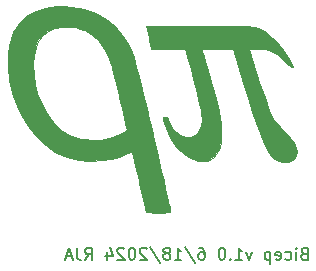
<source format=gbr>
%TF.GenerationSoftware,KiCad,Pcbnew,8.0.3*%
%TF.CreationDate,2024-06-19T01:19:57-05:00*%
%TF.ProjectId,bicep,62696365-702e-46b6-9963-61645f706362,rev?*%
%TF.SameCoordinates,Original*%
%TF.FileFunction,Legend,Bot*%
%TF.FilePolarity,Positive*%
%FSLAX46Y46*%
G04 Gerber Fmt 4.6, Leading zero omitted, Abs format (unit mm)*
G04 Created by KiCad (PCBNEW 8.0.3) date 2024-06-19 01:19:57*
%MOMM*%
%LPD*%
G01*
G04 APERTURE LIST*
%ADD10C,0.150000*%
%ADD11C,0.010000*%
%ADD12O,0.890000X1.550000*%
%ADD13O,1.250000X0.950000*%
%ADD14C,5.700000*%
%ADD15R,1.700000X1.700000*%
%ADD16O,1.700000X1.700000*%
%ADD17C,1.500000*%
%ADD18R,1.000000X1.000000*%
%ADD19O,1.000000X1.000000*%
G04 APERTURE END LIST*
D10*
X152229887Y-100646009D02*
X152087030Y-100693628D01*
X152087030Y-100693628D02*
X152039411Y-100741247D01*
X152039411Y-100741247D02*
X151991792Y-100836485D01*
X151991792Y-100836485D02*
X151991792Y-100979342D01*
X151991792Y-100979342D02*
X152039411Y-101074580D01*
X152039411Y-101074580D02*
X152087030Y-101122200D01*
X152087030Y-101122200D02*
X152182268Y-101169819D01*
X152182268Y-101169819D02*
X152563220Y-101169819D01*
X152563220Y-101169819D02*
X152563220Y-100169819D01*
X152563220Y-100169819D02*
X152229887Y-100169819D01*
X152229887Y-100169819D02*
X152134649Y-100217438D01*
X152134649Y-100217438D02*
X152087030Y-100265057D01*
X152087030Y-100265057D02*
X152039411Y-100360295D01*
X152039411Y-100360295D02*
X152039411Y-100455533D01*
X152039411Y-100455533D02*
X152087030Y-100550771D01*
X152087030Y-100550771D02*
X152134649Y-100598390D01*
X152134649Y-100598390D02*
X152229887Y-100646009D01*
X152229887Y-100646009D02*
X152563220Y-100646009D01*
X151563220Y-101169819D02*
X151563220Y-100503152D01*
X151563220Y-100169819D02*
X151610839Y-100217438D01*
X151610839Y-100217438D02*
X151563220Y-100265057D01*
X151563220Y-100265057D02*
X151515601Y-100217438D01*
X151515601Y-100217438D02*
X151563220Y-100169819D01*
X151563220Y-100169819D02*
X151563220Y-100265057D01*
X150658459Y-101122200D02*
X150753697Y-101169819D01*
X150753697Y-101169819D02*
X150944173Y-101169819D01*
X150944173Y-101169819D02*
X151039411Y-101122200D01*
X151039411Y-101122200D02*
X151087030Y-101074580D01*
X151087030Y-101074580D02*
X151134649Y-100979342D01*
X151134649Y-100979342D02*
X151134649Y-100693628D01*
X151134649Y-100693628D02*
X151087030Y-100598390D01*
X151087030Y-100598390D02*
X151039411Y-100550771D01*
X151039411Y-100550771D02*
X150944173Y-100503152D01*
X150944173Y-100503152D02*
X150753697Y-100503152D01*
X150753697Y-100503152D02*
X150658459Y-100550771D01*
X149848935Y-101122200D02*
X149944173Y-101169819D01*
X149944173Y-101169819D02*
X150134649Y-101169819D01*
X150134649Y-101169819D02*
X150229887Y-101122200D01*
X150229887Y-101122200D02*
X150277506Y-101026961D01*
X150277506Y-101026961D02*
X150277506Y-100646009D01*
X150277506Y-100646009D02*
X150229887Y-100550771D01*
X150229887Y-100550771D02*
X150134649Y-100503152D01*
X150134649Y-100503152D02*
X149944173Y-100503152D01*
X149944173Y-100503152D02*
X149848935Y-100550771D01*
X149848935Y-100550771D02*
X149801316Y-100646009D01*
X149801316Y-100646009D02*
X149801316Y-100741247D01*
X149801316Y-100741247D02*
X150277506Y-100836485D01*
X149372744Y-100503152D02*
X149372744Y-101503152D01*
X149372744Y-100550771D02*
X149277506Y-100503152D01*
X149277506Y-100503152D02*
X149087030Y-100503152D01*
X149087030Y-100503152D02*
X148991792Y-100550771D01*
X148991792Y-100550771D02*
X148944173Y-100598390D01*
X148944173Y-100598390D02*
X148896554Y-100693628D01*
X148896554Y-100693628D02*
X148896554Y-100979342D01*
X148896554Y-100979342D02*
X148944173Y-101074580D01*
X148944173Y-101074580D02*
X148991792Y-101122200D01*
X148991792Y-101122200D02*
X149087030Y-101169819D01*
X149087030Y-101169819D02*
X149277506Y-101169819D01*
X149277506Y-101169819D02*
X149372744Y-101122200D01*
X147801315Y-100503152D02*
X147563220Y-101169819D01*
X147563220Y-101169819D02*
X147325125Y-100503152D01*
X146420363Y-101169819D02*
X146991791Y-101169819D01*
X146706077Y-101169819D02*
X146706077Y-100169819D01*
X146706077Y-100169819D02*
X146801315Y-100312676D01*
X146801315Y-100312676D02*
X146896553Y-100407914D01*
X146896553Y-100407914D02*
X146991791Y-100455533D01*
X145991791Y-101074580D02*
X145944172Y-101122200D01*
X145944172Y-101122200D02*
X145991791Y-101169819D01*
X145991791Y-101169819D02*
X146039410Y-101122200D01*
X146039410Y-101122200D02*
X145991791Y-101074580D01*
X145991791Y-101074580D02*
X145991791Y-101169819D01*
X145325125Y-100169819D02*
X145229887Y-100169819D01*
X145229887Y-100169819D02*
X145134649Y-100217438D01*
X145134649Y-100217438D02*
X145087030Y-100265057D01*
X145087030Y-100265057D02*
X145039411Y-100360295D01*
X145039411Y-100360295D02*
X144991792Y-100550771D01*
X144991792Y-100550771D02*
X144991792Y-100788866D01*
X144991792Y-100788866D02*
X145039411Y-100979342D01*
X145039411Y-100979342D02*
X145087030Y-101074580D01*
X145087030Y-101074580D02*
X145134649Y-101122200D01*
X145134649Y-101122200D02*
X145229887Y-101169819D01*
X145229887Y-101169819D02*
X145325125Y-101169819D01*
X145325125Y-101169819D02*
X145420363Y-101122200D01*
X145420363Y-101122200D02*
X145467982Y-101074580D01*
X145467982Y-101074580D02*
X145515601Y-100979342D01*
X145515601Y-100979342D02*
X145563220Y-100788866D01*
X145563220Y-100788866D02*
X145563220Y-100550771D01*
X145563220Y-100550771D02*
X145515601Y-100360295D01*
X145515601Y-100360295D02*
X145467982Y-100265057D01*
X145467982Y-100265057D02*
X145420363Y-100217438D01*
X145420363Y-100217438D02*
X145325125Y-100169819D01*
X143372744Y-100169819D02*
X143563220Y-100169819D01*
X143563220Y-100169819D02*
X143658458Y-100217438D01*
X143658458Y-100217438D02*
X143706077Y-100265057D01*
X143706077Y-100265057D02*
X143801315Y-100407914D01*
X143801315Y-100407914D02*
X143848934Y-100598390D01*
X143848934Y-100598390D02*
X143848934Y-100979342D01*
X143848934Y-100979342D02*
X143801315Y-101074580D01*
X143801315Y-101074580D02*
X143753696Y-101122200D01*
X143753696Y-101122200D02*
X143658458Y-101169819D01*
X143658458Y-101169819D02*
X143467982Y-101169819D01*
X143467982Y-101169819D02*
X143372744Y-101122200D01*
X143372744Y-101122200D02*
X143325125Y-101074580D01*
X143325125Y-101074580D02*
X143277506Y-100979342D01*
X143277506Y-100979342D02*
X143277506Y-100741247D01*
X143277506Y-100741247D02*
X143325125Y-100646009D01*
X143325125Y-100646009D02*
X143372744Y-100598390D01*
X143372744Y-100598390D02*
X143467982Y-100550771D01*
X143467982Y-100550771D02*
X143658458Y-100550771D01*
X143658458Y-100550771D02*
X143753696Y-100598390D01*
X143753696Y-100598390D02*
X143801315Y-100646009D01*
X143801315Y-100646009D02*
X143848934Y-100741247D01*
X142134649Y-100122200D02*
X142991791Y-101407914D01*
X141277506Y-101169819D02*
X141848934Y-101169819D01*
X141563220Y-101169819D02*
X141563220Y-100169819D01*
X141563220Y-100169819D02*
X141658458Y-100312676D01*
X141658458Y-100312676D02*
X141753696Y-100407914D01*
X141753696Y-100407914D02*
X141848934Y-100455533D01*
X140706077Y-100598390D02*
X140801315Y-100550771D01*
X140801315Y-100550771D02*
X140848934Y-100503152D01*
X140848934Y-100503152D02*
X140896553Y-100407914D01*
X140896553Y-100407914D02*
X140896553Y-100360295D01*
X140896553Y-100360295D02*
X140848934Y-100265057D01*
X140848934Y-100265057D02*
X140801315Y-100217438D01*
X140801315Y-100217438D02*
X140706077Y-100169819D01*
X140706077Y-100169819D02*
X140515601Y-100169819D01*
X140515601Y-100169819D02*
X140420363Y-100217438D01*
X140420363Y-100217438D02*
X140372744Y-100265057D01*
X140372744Y-100265057D02*
X140325125Y-100360295D01*
X140325125Y-100360295D02*
X140325125Y-100407914D01*
X140325125Y-100407914D02*
X140372744Y-100503152D01*
X140372744Y-100503152D02*
X140420363Y-100550771D01*
X140420363Y-100550771D02*
X140515601Y-100598390D01*
X140515601Y-100598390D02*
X140706077Y-100598390D01*
X140706077Y-100598390D02*
X140801315Y-100646009D01*
X140801315Y-100646009D02*
X140848934Y-100693628D01*
X140848934Y-100693628D02*
X140896553Y-100788866D01*
X140896553Y-100788866D02*
X140896553Y-100979342D01*
X140896553Y-100979342D02*
X140848934Y-101074580D01*
X140848934Y-101074580D02*
X140801315Y-101122200D01*
X140801315Y-101122200D02*
X140706077Y-101169819D01*
X140706077Y-101169819D02*
X140515601Y-101169819D01*
X140515601Y-101169819D02*
X140420363Y-101122200D01*
X140420363Y-101122200D02*
X140372744Y-101074580D01*
X140372744Y-101074580D02*
X140325125Y-100979342D01*
X140325125Y-100979342D02*
X140325125Y-100788866D01*
X140325125Y-100788866D02*
X140372744Y-100693628D01*
X140372744Y-100693628D02*
X140420363Y-100646009D01*
X140420363Y-100646009D02*
X140515601Y-100598390D01*
X139182268Y-100122200D02*
X140039410Y-101407914D01*
X138896553Y-100265057D02*
X138848934Y-100217438D01*
X138848934Y-100217438D02*
X138753696Y-100169819D01*
X138753696Y-100169819D02*
X138515601Y-100169819D01*
X138515601Y-100169819D02*
X138420363Y-100217438D01*
X138420363Y-100217438D02*
X138372744Y-100265057D01*
X138372744Y-100265057D02*
X138325125Y-100360295D01*
X138325125Y-100360295D02*
X138325125Y-100455533D01*
X138325125Y-100455533D02*
X138372744Y-100598390D01*
X138372744Y-100598390D02*
X138944172Y-101169819D01*
X138944172Y-101169819D02*
X138325125Y-101169819D01*
X137706077Y-100169819D02*
X137610839Y-100169819D01*
X137610839Y-100169819D02*
X137515601Y-100217438D01*
X137515601Y-100217438D02*
X137467982Y-100265057D01*
X137467982Y-100265057D02*
X137420363Y-100360295D01*
X137420363Y-100360295D02*
X137372744Y-100550771D01*
X137372744Y-100550771D02*
X137372744Y-100788866D01*
X137372744Y-100788866D02*
X137420363Y-100979342D01*
X137420363Y-100979342D02*
X137467982Y-101074580D01*
X137467982Y-101074580D02*
X137515601Y-101122200D01*
X137515601Y-101122200D02*
X137610839Y-101169819D01*
X137610839Y-101169819D02*
X137706077Y-101169819D01*
X137706077Y-101169819D02*
X137801315Y-101122200D01*
X137801315Y-101122200D02*
X137848934Y-101074580D01*
X137848934Y-101074580D02*
X137896553Y-100979342D01*
X137896553Y-100979342D02*
X137944172Y-100788866D01*
X137944172Y-100788866D02*
X137944172Y-100550771D01*
X137944172Y-100550771D02*
X137896553Y-100360295D01*
X137896553Y-100360295D02*
X137848934Y-100265057D01*
X137848934Y-100265057D02*
X137801315Y-100217438D01*
X137801315Y-100217438D02*
X137706077Y-100169819D01*
X136991791Y-100265057D02*
X136944172Y-100217438D01*
X136944172Y-100217438D02*
X136848934Y-100169819D01*
X136848934Y-100169819D02*
X136610839Y-100169819D01*
X136610839Y-100169819D02*
X136515601Y-100217438D01*
X136515601Y-100217438D02*
X136467982Y-100265057D01*
X136467982Y-100265057D02*
X136420363Y-100360295D01*
X136420363Y-100360295D02*
X136420363Y-100455533D01*
X136420363Y-100455533D02*
X136467982Y-100598390D01*
X136467982Y-100598390D02*
X137039410Y-101169819D01*
X137039410Y-101169819D02*
X136420363Y-101169819D01*
X135563220Y-100503152D02*
X135563220Y-101169819D01*
X135801315Y-100122200D02*
X136039410Y-100836485D01*
X136039410Y-100836485D02*
X135420363Y-100836485D01*
X133706077Y-101169819D02*
X134039410Y-100693628D01*
X134277505Y-101169819D02*
X134277505Y-100169819D01*
X134277505Y-100169819D02*
X133896553Y-100169819D01*
X133896553Y-100169819D02*
X133801315Y-100217438D01*
X133801315Y-100217438D02*
X133753696Y-100265057D01*
X133753696Y-100265057D02*
X133706077Y-100360295D01*
X133706077Y-100360295D02*
X133706077Y-100503152D01*
X133706077Y-100503152D02*
X133753696Y-100598390D01*
X133753696Y-100598390D02*
X133801315Y-100646009D01*
X133801315Y-100646009D02*
X133896553Y-100693628D01*
X133896553Y-100693628D02*
X134277505Y-100693628D01*
X132991791Y-100169819D02*
X132991791Y-100884104D01*
X132991791Y-100884104D02*
X133039410Y-101026961D01*
X133039410Y-101026961D02*
X133134648Y-101122200D01*
X133134648Y-101122200D02*
X133277505Y-101169819D01*
X133277505Y-101169819D02*
X133372743Y-101169819D01*
X132563219Y-100884104D02*
X132087029Y-100884104D01*
X132658457Y-101169819D02*
X132325124Y-100169819D01*
X132325124Y-100169819D02*
X131991791Y-101169819D01*
D11*
%TO.C,G\u002A\u002A\u002A*%
X139324002Y-90120867D02*
X139539297Y-91032855D01*
X139751590Y-91936575D01*
X139957194Y-92816397D01*
X140152422Y-93656691D01*
X140333584Y-94441826D01*
X140496993Y-95156172D01*
X140638961Y-95784099D01*
X140755801Y-96309976D01*
X140843823Y-96718175D01*
X140899342Y-96993063D01*
X140918667Y-97119012D01*
X140867458Y-97146660D01*
X140666890Y-97170624D01*
X140333318Y-97181263D01*
X139886815Y-97177439D01*
X138854963Y-97153667D01*
X138277108Y-94656000D01*
X138223184Y-94423185D01*
X138080601Y-93810174D01*
X137950877Y-93256103D01*
X137839034Y-92782190D01*
X137750095Y-92409649D01*
X137689083Y-92159697D01*
X137661020Y-92053550D01*
X137642922Y-92023566D01*
X137543279Y-92014726D01*
X137344561Y-92110786D01*
X137075817Y-92245959D01*
X136536480Y-92445071D01*
X135881149Y-92620347D01*
X135142261Y-92762194D01*
X135117725Y-92766034D01*
X134099161Y-92843445D01*
X133112261Y-92757784D01*
X132166624Y-92510686D01*
X131271848Y-92103783D01*
X130571401Y-91651376D01*
X129757154Y-90953815D01*
X129036423Y-90133709D01*
X128417933Y-89206611D01*
X127910411Y-88188079D01*
X127522582Y-87093666D01*
X127263172Y-85938930D01*
X127140906Y-84739424D01*
X127137984Y-84653085D01*
X129320446Y-84653085D01*
X129348027Y-85342413D01*
X129488006Y-86349412D01*
X129738539Y-87296137D01*
X130090893Y-88168060D01*
X130536335Y-88950655D01*
X131066131Y-89629397D01*
X131671549Y-90189757D01*
X132343855Y-90617210D01*
X133074316Y-90897229D01*
X133075503Y-90897544D01*
X133351050Y-90944920D01*
X133738582Y-90979670D01*
X134182088Y-91000194D01*
X134625557Y-91004893D01*
X135012976Y-90992170D01*
X135288334Y-90960425D01*
X135768547Y-90846454D01*
X136253405Y-90700556D01*
X136665369Y-90544049D01*
X136981013Y-90387158D01*
X137176909Y-90240109D01*
X137229631Y-90113127D01*
X137222340Y-90081774D01*
X137180262Y-89899537D01*
X137107299Y-89582840D01*
X137008399Y-89153184D01*
X136888511Y-88632070D01*
X136752581Y-88040998D01*
X136605560Y-87401467D01*
X136562866Y-87216951D01*
X136404007Y-86549955D01*
X136245477Y-85912169D01*
X136094477Y-85330829D01*
X135958208Y-84833170D01*
X135843869Y-84446429D01*
X135758659Y-84197842D01*
X135625270Y-83883883D01*
X135240507Y-83163603D01*
X134793706Y-82581634D01*
X134268315Y-82118827D01*
X133647780Y-81756035D01*
X133535802Y-81703603D01*
X133302593Y-81604714D01*
X133091628Y-81542234D01*
X132855022Y-81507872D01*
X132544886Y-81493336D01*
X132113334Y-81490333D01*
X131984446Y-81490494D01*
X131588895Y-81495938D01*
X131307086Y-81514431D01*
X131095075Y-81553130D01*
X130908916Y-81619194D01*
X130704662Y-81719781D01*
X130549826Y-81807384D01*
X130090456Y-82164140D01*
X129743805Y-82614430D01*
X129503902Y-83170913D01*
X129364774Y-83846246D01*
X129320446Y-84653085D01*
X127137984Y-84653085D01*
X127133729Y-84527337D01*
X127144717Y-83759877D01*
X127225276Y-83094011D01*
X127383132Y-82484269D01*
X127626015Y-81885181D01*
X127815953Y-81540636D01*
X128276734Y-80962977D01*
X128863016Y-80475791D01*
X129555611Y-80093625D01*
X130335334Y-79831025D01*
X130337424Y-79830520D01*
X130773066Y-79761186D01*
X131320920Y-79726827D01*
X131928111Y-79726113D01*
X132541762Y-79757715D01*
X133108998Y-79820303D01*
X133576943Y-79912547D01*
X133628759Y-79926561D01*
X134578913Y-80271023D01*
X135433773Y-80754235D01*
X136189494Y-81372498D01*
X136842235Y-82122112D01*
X137388151Y-82999376D01*
X137823398Y-84000590D01*
X137859799Y-84119893D01*
X137936148Y-84402935D01*
X138042688Y-84818380D01*
X138175730Y-85350599D01*
X138331586Y-85983961D01*
X138506568Y-86702837D01*
X138696989Y-87491595D01*
X138899160Y-88334607D01*
X139109394Y-89216240D01*
X139322166Y-90113127D01*
X139324002Y-90120867D01*
G36*
X139324002Y-90120867D02*
G01*
X139539297Y-91032855D01*
X139751590Y-91936575D01*
X139957194Y-92816397D01*
X140152422Y-93656691D01*
X140333584Y-94441826D01*
X140496993Y-95156172D01*
X140638961Y-95784099D01*
X140755801Y-96309976D01*
X140843823Y-96718175D01*
X140899342Y-96993063D01*
X140918667Y-97119012D01*
X140867458Y-97146660D01*
X140666890Y-97170624D01*
X140333318Y-97181263D01*
X139886815Y-97177439D01*
X138854963Y-97153667D01*
X138277108Y-94656000D01*
X138223184Y-94423185D01*
X138080601Y-93810174D01*
X137950877Y-93256103D01*
X137839034Y-92782190D01*
X137750095Y-92409649D01*
X137689083Y-92159697D01*
X137661020Y-92053550D01*
X137642922Y-92023566D01*
X137543279Y-92014726D01*
X137344561Y-92110786D01*
X137075817Y-92245959D01*
X136536480Y-92445071D01*
X135881149Y-92620347D01*
X135142261Y-92762194D01*
X135117725Y-92766034D01*
X134099161Y-92843445D01*
X133112261Y-92757784D01*
X132166624Y-92510686D01*
X131271848Y-92103783D01*
X130571401Y-91651376D01*
X129757154Y-90953815D01*
X129036423Y-90133709D01*
X128417933Y-89206611D01*
X127910411Y-88188079D01*
X127522582Y-87093666D01*
X127263172Y-85938930D01*
X127140906Y-84739424D01*
X127137984Y-84653085D01*
X129320446Y-84653085D01*
X129348027Y-85342413D01*
X129488006Y-86349412D01*
X129738539Y-87296137D01*
X130090893Y-88168060D01*
X130536335Y-88950655D01*
X131066131Y-89629397D01*
X131671549Y-90189757D01*
X132343855Y-90617210D01*
X133074316Y-90897229D01*
X133075503Y-90897544D01*
X133351050Y-90944920D01*
X133738582Y-90979670D01*
X134182088Y-91000194D01*
X134625557Y-91004893D01*
X135012976Y-90992170D01*
X135288334Y-90960425D01*
X135768547Y-90846454D01*
X136253405Y-90700556D01*
X136665369Y-90544049D01*
X136981013Y-90387158D01*
X137176909Y-90240109D01*
X137229631Y-90113127D01*
X137222340Y-90081774D01*
X137180262Y-89899537D01*
X137107299Y-89582840D01*
X137008399Y-89153184D01*
X136888511Y-88632070D01*
X136752581Y-88040998D01*
X136605560Y-87401467D01*
X136562866Y-87216951D01*
X136404007Y-86549955D01*
X136245477Y-85912169D01*
X136094477Y-85330829D01*
X135958208Y-84833170D01*
X135843869Y-84446429D01*
X135758659Y-84197842D01*
X135625270Y-83883883D01*
X135240507Y-83163603D01*
X134793706Y-82581634D01*
X134268315Y-82118827D01*
X133647780Y-81756035D01*
X133535802Y-81703603D01*
X133302593Y-81604714D01*
X133091628Y-81542234D01*
X132855022Y-81507872D01*
X132544886Y-81493336D01*
X132113334Y-81490333D01*
X131984446Y-81490494D01*
X131588895Y-81495938D01*
X131307086Y-81514431D01*
X131095075Y-81553130D01*
X130908916Y-81619194D01*
X130704662Y-81719781D01*
X130549826Y-81807384D01*
X130090456Y-82164140D01*
X129743805Y-82614430D01*
X129503902Y-83170913D01*
X129364774Y-83846246D01*
X129320446Y-84653085D01*
X127137984Y-84653085D01*
X127133729Y-84527337D01*
X127144717Y-83759877D01*
X127225276Y-83094011D01*
X127383132Y-82484269D01*
X127626015Y-81885181D01*
X127815953Y-81540636D01*
X128276734Y-80962977D01*
X128863016Y-80475791D01*
X129555611Y-80093625D01*
X130335334Y-79831025D01*
X130337424Y-79830520D01*
X130773066Y-79761186D01*
X131320920Y-79726827D01*
X131928111Y-79726113D01*
X132541762Y-79757715D01*
X133108998Y-79820303D01*
X133576943Y-79912547D01*
X133628759Y-79926561D01*
X134578913Y-80271023D01*
X135433773Y-80754235D01*
X136189494Y-81372498D01*
X136842235Y-82122112D01*
X137388151Y-82999376D01*
X137823398Y-84000590D01*
X137859799Y-84119893D01*
X137936148Y-84402935D01*
X138042688Y-84818380D01*
X138175730Y-85350599D01*
X138331586Y-85983961D01*
X138506568Y-86702837D01*
X138696989Y-87491595D01*
X138899160Y-88334607D01*
X139109394Y-89216240D01*
X139322166Y-90113127D01*
X139324002Y-90120867D01*
G37*
X144211583Y-81363749D02*
X145110630Y-81366013D01*
X145869401Y-81371583D01*
X146502838Y-81381913D01*
X147025884Y-81398460D01*
X147453482Y-81422679D01*
X147800572Y-81456027D01*
X148082098Y-81499959D01*
X148313002Y-81555931D01*
X148508225Y-81625399D01*
X148682712Y-81709819D01*
X148851403Y-81810647D01*
X149029240Y-81929338D01*
X149366597Y-82188021D01*
X149952043Y-82770737D01*
X150533254Y-83519575D01*
X151108541Y-84432500D01*
X151339805Y-84834667D01*
X151145736Y-84829857D01*
X151041901Y-84800609D01*
X150826121Y-84637071D01*
X150545550Y-84325218D01*
X150391999Y-84146446D01*
X150031897Y-83817609D01*
X149609756Y-83564629D01*
X149417788Y-83472939D01*
X149187399Y-83382557D01*
X148966032Y-83335550D01*
X148694353Y-83321112D01*
X148313028Y-83328435D01*
X147545976Y-83353000D01*
X148448095Y-86106223D01*
X148725652Y-86943522D01*
X148978819Y-87683616D01*
X149191261Y-88275582D01*
X149365808Y-88727038D01*
X149505294Y-89045602D01*
X149612548Y-89238890D01*
X149749975Y-89418021D01*
X149991710Y-89702033D01*
X150287252Y-90028671D01*
X150600544Y-90357125D01*
X150788395Y-90550598D01*
X151124263Y-90917129D01*
X151356358Y-91213183D01*
X151501885Y-91466165D01*
X151578043Y-91703479D01*
X151602036Y-91952527D01*
X151555204Y-92286746D01*
X151368305Y-92615496D01*
X151051110Y-92843163D01*
X150881057Y-92901508D01*
X150474598Y-92920589D01*
X150053740Y-92794747D01*
X149645939Y-92534700D01*
X149278653Y-92151169D01*
X149189043Y-92022035D01*
X148979569Y-91645101D01*
X148739458Y-91121408D01*
X148467762Y-90448327D01*
X148163526Y-89623225D01*
X147825802Y-88643473D01*
X147453636Y-87506439D01*
X147046078Y-86209491D01*
X146602175Y-84750000D01*
X146183166Y-83353000D01*
X144863250Y-83329683D01*
X144591529Y-83325611D01*
X144175989Y-83322536D01*
X143843645Y-83324110D01*
X143623195Y-83330101D01*
X143543334Y-83340280D01*
X143561095Y-83405781D01*
X143622741Y-83613950D01*
X143722123Y-83943157D01*
X143852591Y-84371493D01*
X144007495Y-84877053D01*
X144180182Y-85437930D01*
X144465549Y-86380791D01*
X144705384Y-87219593D01*
X144893845Y-87942983D01*
X145035330Y-88572768D01*
X145134235Y-89130756D01*
X145194958Y-89638753D01*
X145221895Y-90118565D01*
X145219444Y-90592000D01*
X145216507Y-90674316D01*
X145178445Y-91221604D01*
X145103521Y-91642900D01*
X144978358Y-91975322D01*
X144789576Y-92255985D01*
X144523799Y-92522007D01*
X144463385Y-92572876D01*
X144111673Y-92779782D01*
X143719543Y-92850596D01*
X143247000Y-92793835D01*
X143121440Y-92761639D01*
X142560887Y-92525461D01*
X142011031Y-92154183D01*
X141505009Y-91673520D01*
X141075956Y-91109181D01*
X141074721Y-91107234D01*
X140906438Y-90805965D01*
X140718243Y-90414680D01*
X140535836Y-89992797D01*
X140384920Y-89599734D01*
X140291194Y-89294910D01*
X140265903Y-89155652D01*
X140305872Y-89079924D01*
X140464288Y-89083244D01*
X140608242Y-89124736D01*
X140722737Y-89246739D01*
X140827221Y-89491333D01*
X140899542Y-89682955D01*
X141088168Y-90045830D01*
X141331760Y-90313158D01*
X141672390Y-90536989D01*
X141732464Y-90568620D01*
X142202863Y-90737823D01*
X142625886Y-90749598D01*
X142989737Y-90608185D01*
X143282619Y-90317824D01*
X143492732Y-89882755D01*
X143549050Y-89705666D01*
X143594532Y-89524226D01*
X143609953Y-89351527D01*
X143594573Y-89143863D01*
X143547654Y-88857528D01*
X143468453Y-88448816D01*
X143445087Y-88331914D01*
X143284105Y-87580654D01*
X143087947Y-86736085D01*
X142870812Y-85856038D01*
X142646899Y-84998344D01*
X142430405Y-84220833D01*
X142166724Y-83310667D01*
X139258166Y-83310667D01*
X139109524Y-82527500D01*
X139076360Y-82354023D01*
X139007730Y-82002646D01*
X138950533Y-81719555D01*
X138914596Y-81553833D01*
X138868310Y-81363333D01*
X143220034Y-81363333D01*
X144211583Y-81363749D01*
G36*
X144211583Y-81363749D02*
G01*
X145110630Y-81366013D01*
X145869401Y-81371583D01*
X146502838Y-81381913D01*
X147025884Y-81398460D01*
X147453482Y-81422679D01*
X147800572Y-81456027D01*
X148082098Y-81499959D01*
X148313002Y-81555931D01*
X148508225Y-81625399D01*
X148682712Y-81709819D01*
X148851403Y-81810647D01*
X149029240Y-81929338D01*
X149366597Y-82188021D01*
X149952043Y-82770737D01*
X150533254Y-83519575D01*
X151108541Y-84432500D01*
X151339805Y-84834667D01*
X151145736Y-84829857D01*
X151041901Y-84800609D01*
X150826121Y-84637071D01*
X150545550Y-84325218D01*
X150391999Y-84146446D01*
X150031897Y-83817609D01*
X149609756Y-83564629D01*
X149417788Y-83472939D01*
X149187399Y-83382557D01*
X148966032Y-83335550D01*
X148694353Y-83321112D01*
X148313028Y-83328435D01*
X147545976Y-83353000D01*
X148448095Y-86106223D01*
X148725652Y-86943522D01*
X148978819Y-87683616D01*
X149191261Y-88275582D01*
X149365808Y-88727038D01*
X149505294Y-89045602D01*
X149612548Y-89238890D01*
X149749975Y-89418021D01*
X149991710Y-89702033D01*
X150287252Y-90028671D01*
X150600544Y-90357125D01*
X150788395Y-90550598D01*
X151124263Y-90917129D01*
X151356358Y-91213183D01*
X151501885Y-91466165D01*
X151578043Y-91703479D01*
X151602036Y-91952527D01*
X151555204Y-92286746D01*
X151368305Y-92615496D01*
X151051110Y-92843163D01*
X150881057Y-92901508D01*
X150474598Y-92920589D01*
X150053740Y-92794747D01*
X149645939Y-92534700D01*
X149278653Y-92151169D01*
X149189043Y-92022035D01*
X148979569Y-91645101D01*
X148739458Y-91121408D01*
X148467762Y-90448327D01*
X148163526Y-89623225D01*
X147825802Y-88643473D01*
X147453636Y-87506439D01*
X147046078Y-86209491D01*
X146602175Y-84750000D01*
X146183166Y-83353000D01*
X144863250Y-83329683D01*
X144591529Y-83325611D01*
X144175989Y-83322536D01*
X143843645Y-83324110D01*
X143623195Y-83330101D01*
X143543334Y-83340280D01*
X143561095Y-83405781D01*
X143622741Y-83613950D01*
X143722123Y-83943157D01*
X143852591Y-84371493D01*
X144007495Y-84877053D01*
X144180182Y-85437930D01*
X144465549Y-86380791D01*
X144705384Y-87219593D01*
X144893845Y-87942983D01*
X145035330Y-88572768D01*
X145134235Y-89130756D01*
X145194958Y-89638753D01*
X145221895Y-90118565D01*
X145219444Y-90592000D01*
X145216507Y-90674316D01*
X145178445Y-91221604D01*
X145103521Y-91642900D01*
X144978358Y-91975322D01*
X144789576Y-92255985D01*
X144523799Y-92522007D01*
X144463385Y-92572876D01*
X144111673Y-92779782D01*
X143719543Y-92850596D01*
X143247000Y-92793835D01*
X143121440Y-92761639D01*
X142560887Y-92525461D01*
X142011031Y-92154183D01*
X141505009Y-91673520D01*
X141075956Y-91109181D01*
X141074721Y-91107234D01*
X140906438Y-90805965D01*
X140718243Y-90414680D01*
X140535836Y-89992797D01*
X140384920Y-89599734D01*
X140291194Y-89294910D01*
X140265903Y-89155652D01*
X140305872Y-89079924D01*
X140464288Y-89083244D01*
X140608242Y-89124736D01*
X140722737Y-89246739D01*
X140827221Y-89491333D01*
X140899542Y-89682955D01*
X141088168Y-90045830D01*
X141331760Y-90313158D01*
X141672390Y-90536989D01*
X141732464Y-90568620D01*
X142202863Y-90737823D01*
X142625886Y-90749598D01*
X142989737Y-90608185D01*
X143282619Y-90317824D01*
X143492732Y-89882755D01*
X143549050Y-89705666D01*
X143594532Y-89524226D01*
X143609953Y-89351527D01*
X143594573Y-89143863D01*
X143547654Y-88857528D01*
X143468453Y-88448816D01*
X143445087Y-88331914D01*
X143284105Y-87580654D01*
X143087947Y-86736085D01*
X142870812Y-85856038D01*
X142646899Y-84998344D01*
X142430405Y-84220833D01*
X142166724Y-83310667D01*
X139258166Y-83310667D01*
X139109524Y-82527500D01*
X139076360Y-82354023D01*
X139007730Y-82002646D01*
X138950533Y-81719555D01*
X138914596Y-81553833D01*
X138868310Y-81363333D01*
X143220034Y-81363333D01*
X144211583Y-81363749D01*
G37*
%TD*%
%LPC*%
D12*
%TO.C,J11*%
X121900000Y-141900000D03*
D13*
X122900000Y-139200000D03*
X127900000Y-139200000D03*
D12*
X128900000Y-141900000D03*
%TD*%
D14*
%TO.C,H2*%
X174000000Y-63500000D03*
%TD*%
D15*
%TO.C,J9*%
X111760000Y-71120000D03*
D16*
X111760000Y-73660000D03*
X111760000Y-76200000D03*
X111760000Y-78740000D03*
X111760000Y-81280000D03*
X111760000Y-83820000D03*
X111760000Y-86360000D03*
X111760000Y-88900000D03*
X111760000Y-91440000D03*
X111760000Y-93980000D03*
X111760000Y-96520000D03*
X111760000Y-99060000D03*
X111760000Y-101600000D03*
X111760000Y-104140000D03*
X111760000Y-106680000D03*
X111760000Y-109220000D03*
%TD*%
D15*
%TO.C,J6*%
X119380000Y-116840000D03*
D16*
X119380000Y-119380000D03*
X119380000Y-121920000D03*
X119380000Y-124460000D03*
X119380000Y-127000000D03*
X119380000Y-129540000D03*
%TD*%
D15*
%TO.C,J5*%
X111760000Y-116840000D03*
D16*
X111760000Y-119380000D03*
X111760000Y-121920000D03*
X111760000Y-124460000D03*
X111760000Y-127000000D03*
X111760000Y-129540000D03*
%TD*%
D17*
%TO.C,SW2*%
X162560000Y-140500000D03*
X160060000Y-140500000D03*
X157560000Y-140500000D03*
%TD*%
D15*
%TO.C,J12*%
X149900000Y-137725000D03*
D16*
X149900000Y-140265000D03*
%TD*%
D14*
%TO.C,H4*%
X174000000Y-138500000D03*
%TD*%
D15*
%TO.C,J7*%
X175260000Y-129540000D03*
D16*
X175260000Y-127000000D03*
X175260000Y-124460000D03*
X175260000Y-121920000D03*
X175260000Y-119380000D03*
X175260000Y-116840000D03*
%TD*%
D14*
%TO.C,H3*%
X114000000Y-138500000D03*
%TD*%
%TO.C,H1*%
X114000000Y-63500000D03*
%TD*%
D18*
%TO.C,J1*%
X174625000Y-106680000D03*
D19*
X175895000Y-106680000D03*
X174625000Y-107950000D03*
X175895000Y-107950000D03*
X174625000Y-109220000D03*
X175895000Y-109220000D03*
X174625000Y-110490000D03*
X175895000Y-110490000D03*
X174625000Y-111760000D03*
X175895000Y-111760000D03*
%TD*%
D15*
%TO.C,J8*%
X175260000Y-71120000D03*
D16*
X175260000Y-73660000D03*
X175260000Y-76200000D03*
X175260000Y-78740000D03*
X175260000Y-81280000D03*
X175260000Y-83820000D03*
X175260000Y-86360000D03*
X175260000Y-88900000D03*
X175260000Y-91440000D03*
X175260000Y-93980000D03*
X175260000Y-96520000D03*
X175260000Y-99060000D03*
%TD*%
D15*
%TO.C,J4*%
X167640000Y-63500000D03*
D16*
X167640000Y-66040000D03*
X167640000Y-68580000D03*
X167640000Y-71120000D03*
%TD*%
%LPD*%
M02*

</source>
